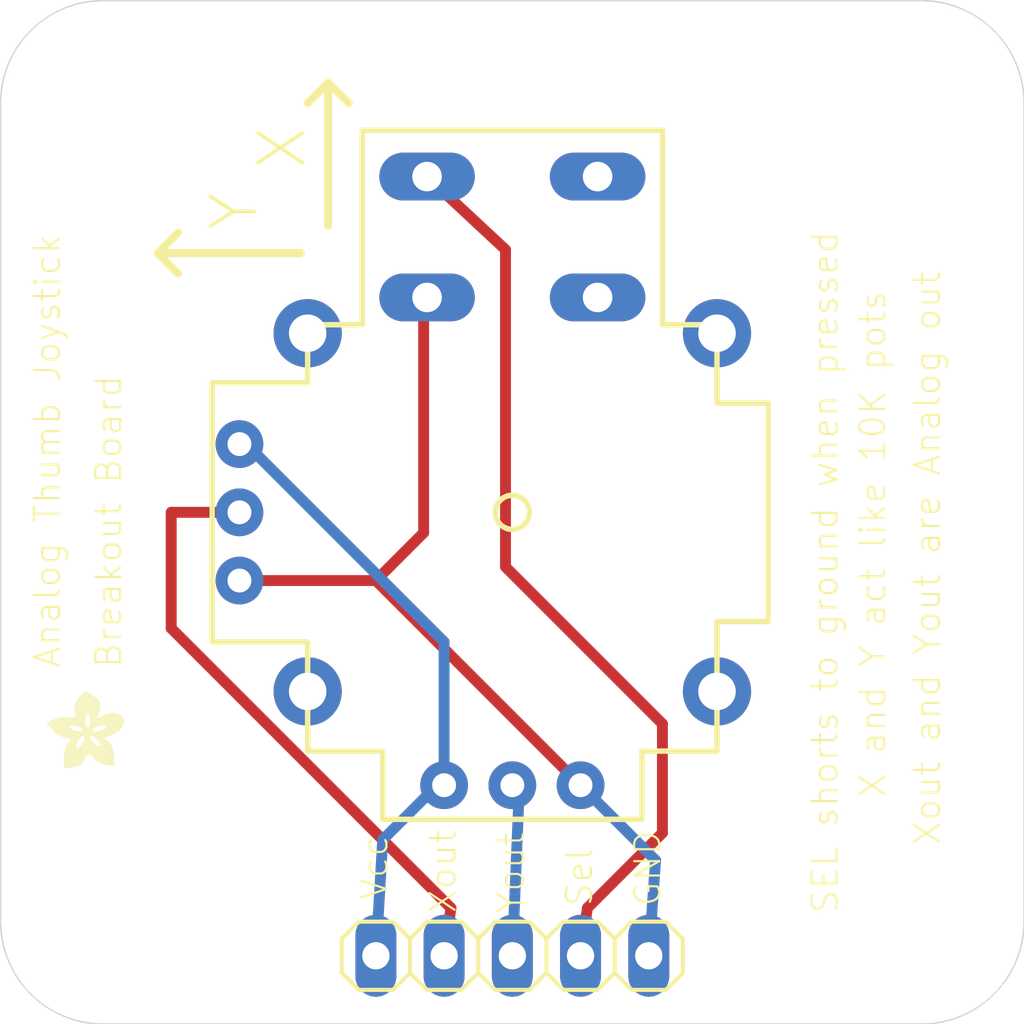
<source format=kicad_pcb>
(kicad_pcb (version 20221018) (generator pcbnew)
  (layers (0 "F.Cu" signal) (1 "In1.Cu" signal) (2 "In2.Cu" signal) (3 "In3.Cu" signal) (4 "In4.Cu" signal) (5 "In5.Cu" signal) (6 "In6.Cu" signal) (7 "In7.Cu" signal) (8 "In8.Cu" signal) (9 "In9.Cu" signal) (10 "In10.Cu" signal) (11 "In11.Cu" signal) (12 "In12.Cu" signal) (13 "In13.Cu" signal) (14 "In14.Cu" signal) (31 "B.Cu" signal) (34 "B.Paste" user) (35 "F.Paste" user) (36 "B.SilkS" user "B.Silkscreen") (37 "F.SilkS" user "F.Silkscreen") (38 "B.Mask" user) (39 "F.Mask" user) (44 "Edge.Cuts" user))
  (net 0 "")
  (net 1 "N$1")
  (net 2 "N$2")
  (net 3 "N$3")
  (net 4 "N$4")
  (net 5 "N$5")
  (footprint "" (layer "F.Cu") (at 163.7411 89.7636)
    (fp_text reference "@HOLE2" hide)
    (fp_text value "" (at 0 0) (layer "F.SilkS") (effects (font (size 1.27 1.27))))
    (pad "" np_thru_hole circle (at 0 0) (size 3.2 3.2) (drill 3.2) (layers "*.Cu" "*.Mask"))
  )
  (footprint "" (layer "F.Cu") (at 133.2611 89.7636)
    (fp_text reference "@HOLE1" hide)
    (fp_text value "" (at 0 0) (layer "F.SilkS") (effects (font (size 1.27 1.27))))
    (pad "" np_thru_hole circle (at 0 0) (size 3.2 3.2) (drill 3.2) (layers "*.Cu" "*.Mask"))
  )
  (footprint "" (layer "F.Cu") (at 163.7411 120.2436)
    (fp_text reference "@HOLE3" hide)
    (fp_text value "" (at 0 0) (layer "F.SilkS") (effects (font (size 1.27 1.27))))
    (pad "" np_thru_hole circle (at 0 0) (size 3.2 3.2) (drill 3.2) (layers "*.Cu" "*.Mask"))
  )
  (footprint "" (layer "F.Cu") (at 133.2611 120.2436)
    (fp_text reference "@HOLE0" hide)
    (fp_text value "" (at 0 0) (layer "F.SilkS") (effects (font (size 1.27 1.27))))
    (pad "" np_thru_hole circle (at 0 0) (size 3.2 3.2) (drill 3.2) (layers "*.Cu" "*.Mask"))
  )
  (footprint "working:1X05" (layer "F.Cu") (at 148.5011 121.5136 180)
    (fp_text reference "JP1" hide)
    (fp_text value "")
    (pad "1" thru_hole oval (at -5.08 0 270) (size 3.048 1.524) (drill 1.016) (layers "*.Cu" "*.Mask") (net 2 "N$2"))
    (pad "2" thru_hole oval (at -2.54 0 270) (size 3.048 1.524) (drill 1.016) (layers "*.Cu" "*.Mask") (net 5 "N$5"))
    (pad "3" thru_hole oval (at 0 0 270) (size 3.048 1.524) (drill 1.016) (layers "*.Cu" "*.Mask") (net 4 "N$4"))
    (pad "4" thru_hole oval (at 2.54 0 270) (size 3.048 1.524) (drill 1.016) (layers "*.Cu" "*.Mask") (net 3 "N$3"))
    (pad "5" thru_hole oval (at 5.08 0 270) (size 3.048 1.524) (drill 1.016) (layers "*.Cu" "*.Mask") (net 1 "N$1"))
  )
  (footprint "working:JOYSTICK" (layer "F.Cu") (at 148.5011 105.0036)
    (fp_text reference "U1" hide)
    (fp_text value "JOYSTICKPTH" hide)
    (pad "B1A" thru_hole oval (at -3.175 -12.501) (size 3.556 1.778) (drill 1.1) (layers "*.Cu" "*.Mask") (net 5 "N$5"))
    (pad "B1B" thru_hole oval (at 3.175 -12.501) (size 3.556 1.778) (drill 1.1) (layers "*.Cu" "*.Mask"))
    (pad "B2A" thru_hole oval (at -3.175 -8.001) (size 3.556 1.778) (drill 1.1) (layers "*.Cu" "*.Mask") (net 2 "N$2"))
    (pad "B2B" thru_hole oval (at 3.175 -8.001) (size 3.556 1.778) (drill 1.1) (layers "*.Cu" "*.Mask"))
    (pad "H1" thru_hole circle (at -2.54 10.16) (size 1.778 1.778) (drill 0.889) (layers "*.Cu" "*.Mask") (net 1 "N$1"))
    (pad "H2" thru_hole circle (at 0 10.16) (size 1.778 1.778) (drill 0.889) (layers "*.Cu" "*.Mask") (net 4 "N$4"))
    (pad "H3" thru_hole circle (at 2.54 10.16) (size 1.778 1.778) (drill 0.889) (layers "*.Cu" "*.Mask") (net 2 "N$2"))
    (pad "MOUNT1" thru_hole circle (at -7.62 -6.6675) (size 2.54 2.54) (drill 1.397) (layers "*.Cu" "*.Mask"))
    (pad "MOUNT2" thru_hole circle (at -7.62 6.6675) (size 2.54 2.54) (drill 1.397) (layers "*.Cu" "*.Mask"))
    (pad "MOUNT3" thru_hole circle (at 7.62 6.6675) (size 2.54 2.54) (drill 1.397) (layers "*.Cu" "*.Mask"))
    (pad "MOUNT4" thru_hole circle (at 7.62 -6.6675) (size 2.54 2.54) (drill 1.397) (layers "*.Cu" "*.Mask"))
    (pad "V1" thru_hole circle (at -10.16 -2.54) (size 1.778 1.778) (drill 0.889) (layers "*.Cu" "*.Mask") (net 1 "N$1"))
    (pad "V2" thru_hole circle (at -10.16 0) (size 1.778 1.778) (drill 0.889) (layers "*.Cu" "*.Mask") (net 3 "N$3"))
    (pad "V3" thru_hole circle (at -10.16 2.54) (size 1.778 1.778) (drill 0.889) (layers "*.Cu" "*.Mask") (net 2 "N$2"))
  )
  (footprint "working:ADAFRUIT200MIL" (layer "F.Cu") (at 132.4991 113.1316)
    (fp_text reference "U$1" hide)
    (fp_text value "" hide)
  )
  (gr_line (start 141.6431 89.0016) (end 142.4051 89.7636) (stroke (width 0.3048)) (layer "F.SilkS"))
  (gr_line (start 140.6271 95.3516) (end 135.2931 95.3516) (stroke (width 0.3048)) (layer "F.SilkS"))
  (gr_line (start 141.6431 89.0016) (end 140.8811 89.7636) (stroke (width 0.3048)) (layer "F.SilkS"))
  (gr_line (start 135.2931 95.3516) (end 136.0551 94.5896) (stroke (width 0.3048)) (layer "F.SilkS"))
  (gr_line (start 135.2931 95.3516) (end 136.0551 96.1136) (stroke (width 0.3048)) (layer "F.SilkS"))
  (gr_line (start 141.6431 94.3356) (end 141.6431 89.0016) (stroke (width 0.3048)) (layer "F.SilkS"))
  (gr_arc (start 129.4511 89.7636) (mid 130.567023 87.069523) (end 133.2611 85.9536) (stroke (width 0.05)) (layer "Edge.Cuts"))
  (gr_line (start 163.7411 85.9536) (end 133.2611 85.9536) (stroke (width 0.05)) (layer "Edge.Cuts"))
  (gr_line (start 129.4511 89.7636) (end 129.4511 120.2436) (stroke (width 0.05)) (layer "Edge.Cuts"))
  (gr_line (start 167.5511 120.2436) (end 167.5511 89.7636) (stroke (width 0.05)) (layer "Edge.Cuts"))
  (gr_line (start 133.2611 124.0536) (end 163.7411 124.0536) (stroke (width 0.05)) (layer "Edge.Cuts"))
  (gr_arc (start 133.2611 124.0536) (mid 130.567023 122.937677) (end 129.4511 120.2436) (stroke (width 0.05)) (layer "Edge.Cuts"))
  (gr_arc (start 163.7411 85.9536) (mid 166.435177 87.069523) (end 167.5511 89.7636) (stroke (width 0.05)) (layer "Edge.Cuts"))
  (gr_arc (start 167.5511 120.2436) (mid 166.435177 122.937677) (end 163.7411 124.0536) (stroke (width 0.05)) (layer "Edge.Cuts"))
  (gr_text "Vcc" (at 143.9291 119.4816 90) (layer "F.SilkS") (effects (font (size 0.93472 0.93472) (thickness 0.08128)) (justify left bottom)))
  (gr_text "Xout" (at 146.4691 119.9896 90) (layer "F.SilkS") (effects (font (size 0.93472 0.93472) (thickness 0.08128)) (justify left bottom)))
  (gr_text "Xout and Yout are Analog out" (at 164.5031 117.4496 90) (layer "F.SilkS") (effects (font (size 0.93472 0.93472) (thickness 0.08128)) (justify left bottom)))
  (gr_text "Y" (at 139.1031 94.5896 90) (layer "F.SilkS") (effects (font (size 1.63576 1.63576) (thickness 0.14224)) (justify left bottom)))
  (gr_text "GND" (at 154.0891 119.7356 90) (layer "F.SilkS") (effects (font (size 0.93472 0.93472) (thickness 0.08128)) (justify left bottom)))
  (gr_text "Breakout Board" (at 134.0231 110.8456 90) (layer "F.SilkS") (effects (font (size 0.93472 0.93472) (thickness 0.08128)) (justify left bottom)))
  (gr_text "Sel" (at 151.5491 119.7356 90) (layer "F.SilkS") (effects (font (size 0.93472 0.93472) (thickness 0.08128)) (justify left bottom)))
  (gr_text "Analog Thumb Joystick" (at 131.7371 110.8456 90) (layer "F.SilkS") (effects (font (size 0.93472 0.93472) (thickness 0.08128)) (justify left bottom)))
  (gr_text "X and Y act like 10K pots" (at 162.4711 115.6716 90) (layer "F.SilkS") (effects (font (size 0.93472 0.93472) (thickness 0.08128)) (justify left bottom)))
  (gr_text "Yout" (at 149.0091 119.9896 90) (layer "F.SilkS") (effects (font (size 0.93472 0.93472) (thickness 0.08128)) (justify left bottom)))
  (gr_text "SEL shorts to ground when pressed" (at 160.6931 119.9896 90) (layer "F.SilkS") (effects (font (size 0.93472 0.93472) (thickness 0.08128)) (justify left bottom)))
  (gr_text "X " (at 140.8811 92.3036 90) (layer "F.SilkS") (effects (font (size 1.63576 1.63576) (thickness 0.14224)) (justify left bottom)))
  (segment (start 145.7071 115.1636) (end 145.9611 115.1636) (width 0.4064) (layer "B.Cu") (net 1))
  (segment (start 143.6751 117.1956) (end 145.7071 115.1636) (width 0.4064) (layer "B.Cu") (net 1))
  (segment (start 145.9611 115.1636) (end 145.9611 109.8296) (width 0.4064) (layer "B.Cu") (net 1))
  (segment (start 138.5951 102.4636) (end 138.3411 102.4636) (width 0.4064) (layer "B.Cu") (net 1))
  (segment (start 145.9611 109.8296) (end 138.5951 102.4636) (width 0.4064) (layer "B.Cu") (net 1))
  (segment (start 143.4211 121.5136) (end 143.6751 117.1956) (width 0.4064) (layer "B.Cu") (net 1))
  (segment (start 145.1991 105.7656) (end 145.1991 97.3836) (width 0.4064) (layer "F.Cu") (net 2))
  (segment (start 143.4211 107.5436) (end 145.1991 105.7656) (width 0.4064) (layer "F.Cu") (net 2))
  (segment (start 145.1991 97.3836) (end 145.3261 97.0026) (width 0.4064) (layer "F.Cu") (net 2))
  (segment (start 138.3411 107.5436) (end 143.4211 107.5436) (width 0.4064) (layer "F.Cu") (net 2))
  (segment (start 143.4211 107.5436) (end 151.0411 115.1636) (width 0.4064) (layer "F.Cu") (net 2))
  (segment (start 151.0411 115.1636) (end 153.8351 117.9576) (width 0.4064) (layer "B.Cu") (net 2))
  (segment (start 153.8351 117.9576) (end 153.5811 121.5136) (width 0.4064) (layer "B.Cu") (net 2))
  (segment (start 135.8011 105.0036) (end 138.3411 105.0036) (width 0.4064) (layer "F.Cu") (net 3))
  (segment (start 135.8011 109.3216) (end 135.8011 105.0036) (width 0.4064) (layer "F.Cu") (net 3))
  (segment (start 145.9611 121.5136) (end 146.2151 119.7356) (width 0.4064) (layer "F.Cu") (net 3))
  (segment (start 146.2151 119.7356) (end 135.8011 109.3216) (width 0.4064) (layer "F.Cu") (net 3))
  (segment (start 148.7551 115.4176) (end 148.5011 115.1636) (width 0.4064) (layer "B.Cu") (net 4))
  (segment (start 148.5011 121.5136) (end 148.7551 115.4176) (width 0.4064) (layer "B.Cu") (net 4))
  (segment (start 148.2471 95.2246) (end 145.3261 92.5026) (width 0.4064) (layer "F.Cu") (net 5))
  (segment (start 151.2951 119.7356) (end 154.0891 116.9416) (width 0.4064) (layer "F.Cu") (net 5))
  (segment (start 154.0891 112.8776) (end 148.2471 107.0356) (width 0.4064) (layer "F.Cu") (net 5))
  (segment (start 151.0411 121.5136) (end 151.2951 119.7356) (width 0.4064) (layer "F.Cu") (net 5))
  (segment (start 154.0891 116.9416) (end 154.0891 112.8776) (width 0.4064) (layer "F.Cu") (net 5))
  (segment (start 148.2471 107.0356) (end 148.2471 95.2246) (width 0.4064) (layer "F.Cu") (net 5))
)
</source>
